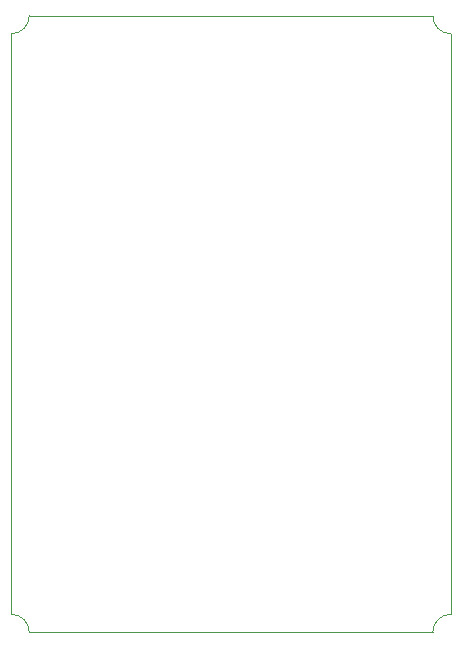
<source format=gbr>
%TF.GenerationSoftware,KiCad,Pcbnew,(5.1.12)-1*%
%TF.CreationDate,2022-01-22T18:57:43-08:00*%
%TF.ProjectId,Button_Board,42757474-6f6e-45f4-926f-6172642e6b69,rev?*%
%TF.SameCoordinates,Original*%
%TF.FileFunction,Profile,NP*%
%FSLAX46Y46*%
G04 Gerber Fmt 4.6, Leading zero omitted, Abs format (unit mm)*
G04 Created by KiCad (PCBNEW (5.1.12)-1) date 2022-01-22 18:57:43*
%MOMM*%
%LPD*%
G01*
G04 APERTURE LIST*
%TA.AperFunction,Profile*%
%ADD10C,0.050000*%
%TD*%
G04 APERTURE END LIST*
D10*
X179197000Y-120523000D02*
G75*
G02*
X180721000Y-118999000I1524000J0D01*
G01*
X180721000Y-69850000D02*
G75*
G02*
X179197000Y-68326000I0J1524000D01*
G01*
X145034000Y-68326000D02*
G75*
G02*
X143510000Y-69850000I-1524000J0D01*
G01*
X143510000Y-118999000D02*
G75*
G02*
X145034000Y-120523000I0J-1524000D01*
G01*
X179197000Y-68326000D02*
X145034000Y-68326000D01*
X180721000Y-118999000D02*
X180721000Y-69850000D01*
X145034000Y-120523000D02*
X179197000Y-120523000D01*
X143510000Y-69850000D02*
X143510000Y-118999000D01*
M02*

</source>
